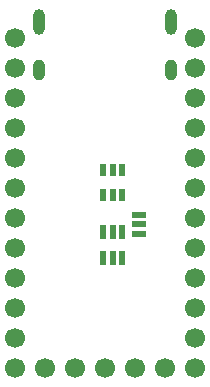
<source format=gbr>
%TF.GenerationSoftware,KiCad,Pcbnew,(6.0.1)*%
%TF.CreationDate,2022-06-22T23:32:04-04:00*%
%TF.ProjectId,stemcell,7374656d-6365-46c6-9c2e-6b696361645f,1.0.0*%
%TF.SameCoordinates,Original*%
%TF.FileFunction,Soldermask,Bot*%
%TF.FilePolarity,Negative*%
%FSLAX46Y46*%
G04 Gerber Fmt 4.6, Leading zero omitted, Abs format (unit mm)*
G04 Created by KiCad (PCBNEW (6.0.1)) date 2022-06-22 23:32:04*
%MOMM*%
%LPD*%
G01*
G04 APERTURE LIST*
%ADD10O,1.000000X1.800000*%
%ADD11O,1.000000X2.200000*%
%ADD12C,1.700000*%
%ADD13R,1.200000X0.600000*%
%ADD14R,0.600000X1.200000*%
%ADD15R,0.600000X1.000000*%
G04 APERTURE END LIST*
D10*
%TO.C,J1*%
X105689400Y-54472000D03*
X94539400Y-54472000D03*
D11*
X105689400Y-50472000D03*
X94539400Y-50472000D03*
%TD*%
D12*
%TO.C,J4*%
X105181400Y-79705200D03*
X102641400Y-79705200D03*
X100101400Y-79705200D03*
X97561400Y-79705200D03*
X95021400Y-79705200D03*
%TD*%
%TO.C,J2*%
X92481400Y-79705200D03*
X92481400Y-77165200D03*
X92481400Y-74625200D03*
X92481400Y-72085200D03*
X92481400Y-69545200D03*
X92481400Y-67005200D03*
X92481400Y-64465200D03*
X92481400Y-61925200D03*
X92481400Y-59385200D03*
X92481400Y-56845200D03*
X92481400Y-54305200D03*
X92481400Y-51765200D03*
%TD*%
%TO.C,J3*%
X107721400Y-51765200D03*
X107721400Y-54305200D03*
X107721400Y-56845200D03*
X107721400Y-59385200D03*
X107721400Y-61925200D03*
X107721400Y-64465200D03*
X107721400Y-67005200D03*
X107721400Y-69545200D03*
X107721400Y-72085200D03*
X107721400Y-74625200D03*
X107721400Y-77165200D03*
X107721400Y-79705200D03*
%TD*%
D13*
%TO.C,JP5*%
X102946200Y-66764000D03*
X102946200Y-67564000D03*
X102946200Y-68364000D03*
%TD*%
D14*
%TO.C,JP3*%
X101561800Y-68174800D03*
X100761800Y-68174800D03*
X99961800Y-68174800D03*
%TD*%
D15*
%TO.C,JP1*%
X101561800Y-62974800D03*
X100761800Y-62974800D03*
X99961800Y-62974800D03*
%TD*%
%TO.C,JP2*%
X99961800Y-65074800D03*
X100761800Y-65074800D03*
X101561800Y-65074800D03*
%TD*%
D14*
%TO.C,JP4*%
X99961800Y-70374800D03*
X100761800Y-70374800D03*
X101561800Y-70374800D03*
%TD*%
M02*

</source>
